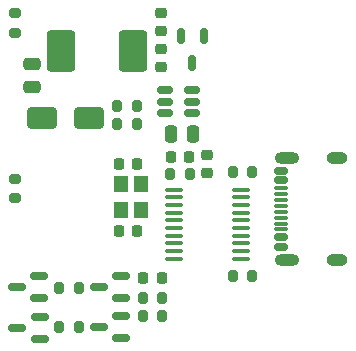
<source format=gbr>
%TF.GenerationSoftware,KiCad,Pcbnew,8.0.8*%
%TF.CreationDate,2025-05-15T08:13:23+09:00*%
%TF.ProjectId,fsk-traffic,66736b2d-7472-4616-9666-69632e6b6963,rev?*%
%TF.SameCoordinates,Original*%
%TF.FileFunction,Paste,Top*%
%TF.FilePolarity,Positive*%
%FSLAX46Y46*%
G04 Gerber Fmt 4.6, Leading zero omitted, Abs format (unit mm)*
G04 Created by KiCad (PCBNEW 8.0.8) date 2025-05-15 08:13:23*
%MOMM*%
%LPD*%
G01*
G04 APERTURE LIST*
G04 Aperture macros list*
%AMRoundRect*
0 Rectangle with rounded corners*
0 $1 Rounding radius*
0 $2 $3 $4 $5 $6 $7 $8 $9 X,Y pos of 4 corners*
0 Add a 4 corners polygon primitive as box body*
4,1,4,$2,$3,$4,$5,$6,$7,$8,$9,$2,$3,0*
0 Add four circle primitives for the rounded corners*
1,1,$1+$1,$2,$3*
1,1,$1+$1,$4,$5*
1,1,$1+$1,$6,$7*
1,1,$1+$1,$8,$9*
0 Add four rect primitives between the rounded corners*
20,1,$1+$1,$2,$3,$4,$5,0*
20,1,$1+$1,$4,$5,$6,$7,0*
20,1,$1+$1,$6,$7,$8,$9,0*
20,1,$1+$1,$8,$9,$2,$3,0*%
G04 Aperture macros list end*
%ADD10RoundRect,0.250000X0.250000X0.475000X-0.250000X0.475000X-0.250000X-0.475000X0.250000X-0.475000X0*%
%ADD11RoundRect,0.250000X0.475000X-0.250000X0.475000X0.250000X-0.475000X0.250000X-0.475000X-0.250000X0*%
%ADD12RoundRect,0.225000X-0.225000X-0.250000X0.225000X-0.250000X0.225000X0.250000X-0.225000X0.250000X0*%
%ADD13RoundRect,0.150000X0.587500X0.150000X-0.587500X0.150000X-0.587500X-0.150000X0.587500X-0.150000X0*%
%ADD14RoundRect,0.200000X-0.200000X-0.275000X0.200000X-0.275000X0.200000X0.275000X-0.200000X0.275000X0*%
%ADD15RoundRect,0.100000X-0.637500X-0.100000X0.637500X-0.100000X0.637500X0.100000X-0.637500X0.100000X0*%
%ADD16RoundRect,0.200000X0.200000X0.275000X-0.200000X0.275000X-0.200000X-0.275000X0.200000X-0.275000X0*%
%ADD17RoundRect,0.250000X-1.000000X-0.650000X1.000000X-0.650000X1.000000X0.650000X-1.000000X0.650000X0*%
%ADD18RoundRect,0.250000X0.925000X1.500000X-0.925000X1.500000X-0.925000X-1.500000X0.925000X-1.500000X0*%
%ADD19RoundRect,0.150000X-0.512500X-0.150000X0.512500X-0.150000X0.512500X0.150000X-0.512500X0.150000X0*%
%ADD20RoundRect,0.200000X-0.275000X0.200000X-0.275000X-0.200000X0.275000X-0.200000X0.275000X0.200000X0*%
%ADD21RoundRect,0.225000X0.225000X0.250000X-0.225000X0.250000X-0.225000X-0.250000X0.225000X-0.250000X0*%
%ADD22RoundRect,0.225000X0.250000X-0.225000X0.250000X0.225000X-0.250000X0.225000X-0.250000X-0.225000X0*%
%ADD23RoundRect,0.225000X-0.250000X0.225000X-0.250000X-0.225000X0.250000X-0.225000X0.250000X0.225000X0*%
%ADD24R,1.200000X1.400000*%
%ADD25RoundRect,0.150000X0.425000X-0.150000X0.425000X0.150000X-0.425000X0.150000X-0.425000X-0.150000X0*%
%ADD26RoundRect,0.075000X0.500000X-0.075000X0.500000X0.075000X-0.500000X0.075000X-0.500000X-0.075000X0*%
%ADD27O,2.100000X1.000000*%
%ADD28O,1.800000X1.000000*%
%ADD29RoundRect,0.150000X-0.150000X0.512500X-0.150000X-0.512500X0.150000X-0.512500X0.150000X0.512500X0*%
%ADD30RoundRect,0.218750X-0.218750X-0.256250X0.218750X-0.256250X0.218750X0.256250X-0.218750X0.256250X0*%
G04 APERTURE END LIST*
D10*
%TO.C,C6*%
X162850000Y-109300000D03*
X160950000Y-109300000D03*
%TD*%
D11*
%TO.C,C2*%
X149200000Y-105300000D03*
X149200000Y-103400000D03*
%TD*%
D12*
%TO.C,C1*%
X156525000Y-111800000D03*
X158075000Y-111800000D03*
%TD*%
D13*
%TO.C,Q3*%
X156700000Y-126600000D03*
X156700000Y-124700000D03*
X154825000Y-125650000D03*
%TD*%
D14*
%TO.C,R3*%
X166175000Y-121300000D03*
X167825000Y-121300000D03*
%TD*%
D15*
%TO.C,U3*%
X161175000Y-114000000D03*
X161175000Y-114650000D03*
X161175000Y-115300000D03*
X161175000Y-115950000D03*
X161175000Y-116600000D03*
X161175000Y-117250000D03*
X161175000Y-117900000D03*
X161175000Y-118550000D03*
X161175000Y-119200000D03*
X161175000Y-119850000D03*
X166900000Y-119850000D03*
X166900000Y-119200000D03*
X166900000Y-118550000D03*
X166900000Y-117900000D03*
X166900000Y-117250000D03*
X166900000Y-116600000D03*
X166900000Y-115950000D03*
X166900000Y-115300000D03*
X166900000Y-114650000D03*
X166900000Y-114000000D03*
%TD*%
D14*
%TO.C,R6*%
X151475000Y-122300000D03*
X153125000Y-122300000D03*
%TD*%
D16*
%TO.C,R2*%
X158062500Y-106950000D03*
X156412500Y-106950000D03*
%TD*%
D14*
%TO.C,R1*%
X156412500Y-108450000D03*
X158062500Y-108450000D03*
%TD*%
D17*
%TO.C,D1*%
X150000000Y-107900000D03*
X154000000Y-107900000D03*
%TD*%
D18*
%TO.C,L1*%
X157700000Y-102300000D03*
X151650000Y-102300000D03*
%TD*%
D14*
%TO.C,R10*%
X158550000Y-124700000D03*
X160200000Y-124700000D03*
%TD*%
%TO.C,R4*%
X166175000Y-112500000D03*
X167825000Y-112500000D03*
%TD*%
D19*
%TO.C,U2*%
X160425000Y-105600000D03*
X160425000Y-106550000D03*
X160425000Y-107500000D03*
X162700000Y-107500000D03*
X162700000Y-106550000D03*
X162700000Y-105600000D03*
%TD*%
D20*
%TO.C,R8*%
X147700000Y-99075000D03*
X147700000Y-100725000D03*
%TD*%
D14*
%TO.C,R11*%
X151475000Y-125600000D03*
X153125000Y-125600000D03*
%TD*%
D13*
%TO.C,Q4*%
X149825000Y-126650000D03*
X149825000Y-124750000D03*
X147950000Y-125700000D03*
%TD*%
D21*
%TO.C,C8*%
X162500000Y-111200000D03*
X160950000Y-111200000D03*
%TD*%
D22*
%TO.C,C3*%
X160100000Y-103600000D03*
X160100000Y-102050000D03*
%TD*%
D23*
%TO.C,C4*%
X160100000Y-99050000D03*
X160100000Y-100600000D03*
%TD*%
D24*
%TO.C,Y1*%
X158400000Y-115737500D03*
X158400000Y-113537500D03*
X156700000Y-113537500D03*
X156700000Y-115737500D03*
%TD*%
D25*
%TO.C,J2*%
X170225000Y-118820000D03*
X170225000Y-118020000D03*
D26*
X170225000Y-116870000D03*
X170225000Y-115870000D03*
X170225000Y-115370000D03*
X170225000Y-114370000D03*
D25*
X170225000Y-113220000D03*
X170225000Y-112420000D03*
X170225000Y-112420000D03*
X170225000Y-113220000D03*
D26*
X170225000Y-113870000D03*
X170225000Y-114870000D03*
X170225000Y-116370000D03*
X170225000Y-117370000D03*
D25*
X170225000Y-118020000D03*
X170225000Y-118820000D03*
D27*
X170800000Y-119940000D03*
D28*
X174980000Y-119940000D03*
D27*
X170800000Y-111300000D03*
D28*
X174980000Y-111300000D03*
%TD*%
D29*
%TO.C,U1*%
X163700000Y-100962500D03*
X161800000Y-100962500D03*
X162750000Y-103237500D03*
%TD*%
D13*
%TO.C,Q2*%
X149800000Y-123200000D03*
X149800000Y-121300000D03*
X147925000Y-122250000D03*
%TD*%
D20*
%TO.C,R9*%
X147700000Y-113075000D03*
X147700000Y-114725000D03*
%TD*%
D14*
%TO.C,R5*%
X160875000Y-112700000D03*
X162525000Y-112700000D03*
%TD*%
%TO.C,R7*%
X158550000Y-123200000D03*
X160200000Y-123200000D03*
%TD*%
D13*
%TO.C,Q1*%
X156700000Y-123200000D03*
X156700000Y-121300000D03*
X154825000Y-122250000D03*
%TD*%
D30*
%TO.C,D2*%
X158612500Y-121500000D03*
X160187500Y-121500000D03*
%TD*%
D21*
%TO.C,C5*%
X158075000Y-117487500D03*
X156525000Y-117487500D03*
%TD*%
D22*
%TO.C,C7*%
X164000000Y-112575000D03*
X164000000Y-111025000D03*
%TD*%
M02*

</source>
